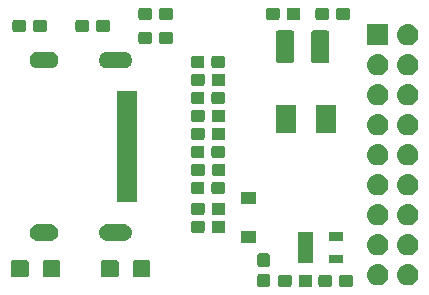
<source format=gbr>
G04 #@! TF.GenerationSoftware,KiCad,Pcbnew,(5.1.4)-1*
G04 #@! TF.CreationDate,2019-12-30T10:25:26+01:00*
G04 #@! TF.ProjectId,HDMI,48444d49-2e6b-4696-9361-645f70636258,rev?*
G04 #@! TF.SameCoordinates,Original*
G04 #@! TF.FileFunction,Soldermask,Top*
G04 #@! TF.FilePolarity,Negative*
%FSLAX46Y46*%
G04 Gerber Fmt 4.6, Leading zero omitted, Abs format (unit mm)*
G04 Created by KiCad (PCBNEW (5.1.4)-1) date 2019-12-30 10:25:26*
%MOMM*%
%LPD*%
G04 APERTURE LIST*
%ADD10C,0.100000*%
G04 APERTURE END LIST*
D10*
G36*
X134476499Y-87552445D02*
G01*
X134513995Y-87563820D01*
X134548554Y-87582292D01*
X134578847Y-87607153D01*
X134603708Y-87637446D01*
X134622180Y-87672005D01*
X134633555Y-87709501D01*
X134638000Y-87754638D01*
X134638000Y-88493362D01*
X134633555Y-88538499D01*
X134622180Y-88575995D01*
X134603708Y-88610554D01*
X134578847Y-88640847D01*
X134548554Y-88665708D01*
X134513995Y-88684180D01*
X134476499Y-88695555D01*
X134431362Y-88700000D01*
X133792638Y-88700000D01*
X133747501Y-88695555D01*
X133710005Y-88684180D01*
X133675446Y-88665708D01*
X133645153Y-88640847D01*
X133620292Y-88610554D01*
X133601820Y-88575995D01*
X133590445Y-88538499D01*
X133586000Y-88493362D01*
X133586000Y-87754638D01*
X133590445Y-87709501D01*
X133601820Y-87672005D01*
X133620292Y-87637446D01*
X133645153Y-87607153D01*
X133675446Y-87582292D01*
X133710005Y-87563820D01*
X133747501Y-87552445D01*
X133792638Y-87548000D01*
X134431362Y-87548000D01*
X134476499Y-87552445D01*
X134476499Y-87552445D01*
G37*
G36*
X141497499Y-87616445D02*
G01*
X141534995Y-87627820D01*
X141569554Y-87646292D01*
X141599847Y-87671153D01*
X141624708Y-87701446D01*
X141643180Y-87736005D01*
X141654555Y-87773501D01*
X141659000Y-87818638D01*
X141659000Y-88457362D01*
X141654555Y-88502499D01*
X141643180Y-88539995D01*
X141624708Y-88574554D01*
X141599847Y-88604847D01*
X141569554Y-88629708D01*
X141534995Y-88648180D01*
X141497499Y-88659555D01*
X141452362Y-88664000D01*
X140713638Y-88664000D01*
X140668501Y-88659555D01*
X140631005Y-88648180D01*
X140596446Y-88629708D01*
X140566153Y-88604847D01*
X140541292Y-88574554D01*
X140522820Y-88539995D01*
X140511445Y-88502499D01*
X140507000Y-88457362D01*
X140507000Y-87818638D01*
X140511445Y-87773501D01*
X140522820Y-87736005D01*
X140541292Y-87701446D01*
X140566153Y-87671153D01*
X140596446Y-87646292D01*
X140631005Y-87627820D01*
X140668501Y-87616445D01*
X140713638Y-87612000D01*
X141452362Y-87612000D01*
X141497499Y-87616445D01*
X141497499Y-87616445D01*
G37*
G36*
X136318499Y-87616445D02*
G01*
X136355995Y-87627820D01*
X136390554Y-87646292D01*
X136420847Y-87671153D01*
X136445708Y-87701446D01*
X136464180Y-87736005D01*
X136475555Y-87773501D01*
X136480000Y-87818638D01*
X136480000Y-88457362D01*
X136475555Y-88502499D01*
X136464180Y-88539995D01*
X136445708Y-88574554D01*
X136420847Y-88604847D01*
X136390554Y-88629708D01*
X136355995Y-88648180D01*
X136318499Y-88659555D01*
X136273362Y-88664000D01*
X135534638Y-88664000D01*
X135489501Y-88659555D01*
X135452005Y-88648180D01*
X135417446Y-88629708D01*
X135387153Y-88604847D01*
X135362292Y-88574554D01*
X135343820Y-88539995D01*
X135332445Y-88502499D01*
X135328000Y-88457362D01*
X135328000Y-87818638D01*
X135332445Y-87773501D01*
X135343820Y-87736005D01*
X135362292Y-87701446D01*
X135387153Y-87671153D01*
X135417446Y-87646292D01*
X135452005Y-87627820D01*
X135489501Y-87616445D01*
X135534638Y-87612000D01*
X136273362Y-87612000D01*
X136318499Y-87616445D01*
X136318499Y-87616445D01*
G37*
G36*
X139747499Y-87616445D02*
G01*
X139784995Y-87627820D01*
X139819554Y-87646292D01*
X139849847Y-87671153D01*
X139874708Y-87701446D01*
X139893180Y-87736005D01*
X139904555Y-87773501D01*
X139909000Y-87818638D01*
X139909000Y-88457362D01*
X139904555Y-88502499D01*
X139893180Y-88539995D01*
X139874708Y-88574554D01*
X139849847Y-88604847D01*
X139819554Y-88629708D01*
X139784995Y-88648180D01*
X139747499Y-88659555D01*
X139702362Y-88664000D01*
X138963638Y-88664000D01*
X138918501Y-88659555D01*
X138881005Y-88648180D01*
X138846446Y-88629708D01*
X138816153Y-88604847D01*
X138791292Y-88574554D01*
X138772820Y-88539995D01*
X138761445Y-88502499D01*
X138757000Y-88457362D01*
X138757000Y-87818638D01*
X138761445Y-87773501D01*
X138772820Y-87736005D01*
X138791292Y-87701446D01*
X138816153Y-87671153D01*
X138846446Y-87646292D01*
X138881005Y-87627820D01*
X138918501Y-87616445D01*
X138963638Y-87612000D01*
X139702362Y-87612000D01*
X139747499Y-87616445D01*
X139747499Y-87616445D01*
G37*
G36*
X138068499Y-87616445D02*
G01*
X138105995Y-87627820D01*
X138140554Y-87646292D01*
X138170847Y-87671153D01*
X138195708Y-87701446D01*
X138214180Y-87736005D01*
X138225555Y-87773501D01*
X138230000Y-87818638D01*
X138230000Y-88457362D01*
X138225555Y-88502499D01*
X138214180Y-88539995D01*
X138195708Y-88574554D01*
X138170847Y-88604847D01*
X138140554Y-88629708D01*
X138105995Y-88648180D01*
X138068499Y-88659555D01*
X138023362Y-88664000D01*
X137284638Y-88664000D01*
X137239501Y-88659555D01*
X137202005Y-88648180D01*
X137167446Y-88629708D01*
X137137153Y-88604847D01*
X137112292Y-88574554D01*
X137093820Y-88539995D01*
X137082445Y-88502499D01*
X137078000Y-88457362D01*
X137078000Y-87818638D01*
X137082445Y-87773501D01*
X137093820Y-87736005D01*
X137112292Y-87701446D01*
X137137153Y-87671153D01*
X137167446Y-87646292D01*
X137202005Y-87627820D01*
X137239501Y-87616445D01*
X137284638Y-87612000D01*
X138023362Y-87612000D01*
X138068499Y-87616445D01*
X138068499Y-87616445D01*
G37*
G36*
X143874442Y-86735518D02*
G01*
X143940627Y-86742037D01*
X144110466Y-86793557D01*
X144266991Y-86877222D01*
X144283593Y-86890847D01*
X144404186Y-86989814D01*
X144487448Y-87091271D01*
X144516778Y-87127009D01*
X144600443Y-87283534D01*
X144651963Y-87453373D01*
X144669359Y-87630000D01*
X144651963Y-87806627D01*
X144600443Y-87976466D01*
X144516778Y-88132991D01*
X144487448Y-88168729D01*
X144404186Y-88270186D01*
X144302729Y-88353448D01*
X144266991Y-88382778D01*
X144110466Y-88466443D01*
X143940627Y-88517963D01*
X143874442Y-88524482D01*
X143808260Y-88531000D01*
X143719740Y-88531000D01*
X143653558Y-88524482D01*
X143587373Y-88517963D01*
X143417534Y-88466443D01*
X143261009Y-88382778D01*
X143225271Y-88353448D01*
X143123814Y-88270186D01*
X143040552Y-88168729D01*
X143011222Y-88132991D01*
X142927557Y-87976466D01*
X142876037Y-87806627D01*
X142858641Y-87630000D01*
X142876037Y-87453373D01*
X142927557Y-87283534D01*
X143011222Y-87127009D01*
X143040552Y-87091271D01*
X143123814Y-86989814D01*
X143244407Y-86890847D01*
X143261009Y-86877222D01*
X143417534Y-86793557D01*
X143587373Y-86742037D01*
X143653558Y-86735518D01*
X143719740Y-86729000D01*
X143808260Y-86729000D01*
X143874442Y-86735518D01*
X143874442Y-86735518D01*
G37*
G36*
X146414442Y-86735518D02*
G01*
X146480627Y-86742037D01*
X146650466Y-86793557D01*
X146806991Y-86877222D01*
X146823593Y-86890847D01*
X146944186Y-86989814D01*
X147027448Y-87091271D01*
X147056778Y-87127009D01*
X147140443Y-87283534D01*
X147191963Y-87453373D01*
X147209359Y-87630000D01*
X147191963Y-87806627D01*
X147140443Y-87976466D01*
X147056778Y-88132991D01*
X147027448Y-88168729D01*
X146944186Y-88270186D01*
X146842729Y-88353448D01*
X146806991Y-88382778D01*
X146650466Y-88466443D01*
X146480627Y-88517963D01*
X146414442Y-88524482D01*
X146348260Y-88531000D01*
X146259740Y-88531000D01*
X146193558Y-88524482D01*
X146127373Y-88517963D01*
X145957534Y-88466443D01*
X145801009Y-88382778D01*
X145765271Y-88353448D01*
X145663814Y-88270186D01*
X145580552Y-88168729D01*
X145551222Y-88132991D01*
X145467557Y-87976466D01*
X145416037Y-87806627D01*
X145398641Y-87630000D01*
X145416037Y-87453373D01*
X145467557Y-87283534D01*
X145551222Y-87127009D01*
X145580552Y-87091271D01*
X145663814Y-86989814D01*
X145784407Y-86890847D01*
X145801009Y-86877222D01*
X145957534Y-86793557D01*
X146127373Y-86742037D01*
X146193558Y-86735518D01*
X146259740Y-86729000D01*
X146348260Y-86729000D01*
X146414442Y-86735518D01*
X146414442Y-86735518D01*
G37*
G36*
X124375798Y-86400247D02*
G01*
X124411367Y-86411037D01*
X124444139Y-86428554D01*
X124472869Y-86452131D01*
X124496446Y-86480861D01*
X124513963Y-86513633D01*
X124524753Y-86549202D01*
X124529000Y-86592325D01*
X124529000Y-87651675D01*
X124524753Y-87694798D01*
X124513963Y-87730367D01*
X124496446Y-87763139D01*
X124472869Y-87791869D01*
X124444139Y-87815446D01*
X124411367Y-87832963D01*
X124375798Y-87843753D01*
X124332675Y-87848000D01*
X123223325Y-87848000D01*
X123180202Y-87843753D01*
X123144633Y-87832963D01*
X123111861Y-87815446D01*
X123083131Y-87791869D01*
X123059554Y-87763139D01*
X123042037Y-87730367D01*
X123031247Y-87694798D01*
X123027000Y-87651675D01*
X123027000Y-86592325D01*
X123031247Y-86549202D01*
X123042037Y-86513633D01*
X123059554Y-86480861D01*
X123083131Y-86452131D01*
X123111861Y-86428554D01*
X123144633Y-86411037D01*
X123180202Y-86400247D01*
X123223325Y-86396000D01*
X124332675Y-86396000D01*
X124375798Y-86400247D01*
X124375798Y-86400247D01*
G37*
G36*
X121675798Y-86400247D02*
G01*
X121711367Y-86411037D01*
X121744139Y-86428554D01*
X121772869Y-86452131D01*
X121796446Y-86480861D01*
X121813963Y-86513633D01*
X121824753Y-86549202D01*
X121829000Y-86592325D01*
X121829000Y-87651675D01*
X121824753Y-87694798D01*
X121813963Y-87730367D01*
X121796446Y-87763139D01*
X121772869Y-87791869D01*
X121744139Y-87815446D01*
X121711367Y-87832963D01*
X121675798Y-87843753D01*
X121632675Y-87848000D01*
X120523325Y-87848000D01*
X120480202Y-87843753D01*
X120444633Y-87832963D01*
X120411861Y-87815446D01*
X120383131Y-87791869D01*
X120359554Y-87763139D01*
X120342037Y-87730367D01*
X120331247Y-87694798D01*
X120327000Y-87651675D01*
X120327000Y-86592325D01*
X120331247Y-86549202D01*
X120342037Y-86513633D01*
X120359554Y-86480861D01*
X120383131Y-86452131D01*
X120411861Y-86428554D01*
X120444633Y-86411037D01*
X120480202Y-86400247D01*
X120523325Y-86396000D01*
X121632675Y-86396000D01*
X121675798Y-86400247D01*
X121675798Y-86400247D01*
G37*
G36*
X116755798Y-86400247D02*
G01*
X116791367Y-86411037D01*
X116824139Y-86428554D01*
X116852869Y-86452131D01*
X116876446Y-86480861D01*
X116893963Y-86513633D01*
X116904753Y-86549202D01*
X116909000Y-86592325D01*
X116909000Y-87651675D01*
X116904753Y-87694798D01*
X116893963Y-87730367D01*
X116876446Y-87763139D01*
X116852869Y-87791869D01*
X116824139Y-87815446D01*
X116791367Y-87832963D01*
X116755798Y-87843753D01*
X116712675Y-87848000D01*
X115603325Y-87848000D01*
X115560202Y-87843753D01*
X115524633Y-87832963D01*
X115491861Y-87815446D01*
X115463131Y-87791869D01*
X115439554Y-87763139D01*
X115422037Y-87730367D01*
X115411247Y-87694798D01*
X115407000Y-87651675D01*
X115407000Y-86592325D01*
X115411247Y-86549202D01*
X115422037Y-86513633D01*
X115439554Y-86480861D01*
X115463131Y-86452131D01*
X115491861Y-86428554D01*
X115524633Y-86411037D01*
X115560202Y-86400247D01*
X115603325Y-86396000D01*
X116712675Y-86396000D01*
X116755798Y-86400247D01*
X116755798Y-86400247D01*
G37*
G36*
X114055798Y-86400247D02*
G01*
X114091367Y-86411037D01*
X114124139Y-86428554D01*
X114152869Y-86452131D01*
X114176446Y-86480861D01*
X114193963Y-86513633D01*
X114204753Y-86549202D01*
X114209000Y-86592325D01*
X114209000Y-87651675D01*
X114204753Y-87694798D01*
X114193963Y-87730367D01*
X114176446Y-87763139D01*
X114152869Y-87791869D01*
X114124139Y-87815446D01*
X114091367Y-87832963D01*
X114055798Y-87843753D01*
X114012675Y-87848000D01*
X112903325Y-87848000D01*
X112860202Y-87843753D01*
X112824633Y-87832963D01*
X112791861Y-87815446D01*
X112763131Y-87791869D01*
X112739554Y-87763139D01*
X112722037Y-87730367D01*
X112711247Y-87694798D01*
X112707000Y-87651675D01*
X112707000Y-86592325D01*
X112711247Y-86549202D01*
X112722037Y-86513633D01*
X112739554Y-86480861D01*
X112763131Y-86452131D01*
X112791861Y-86428554D01*
X112824633Y-86411037D01*
X112860202Y-86400247D01*
X112903325Y-86396000D01*
X114012675Y-86396000D01*
X114055798Y-86400247D01*
X114055798Y-86400247D01*
G37*
G36*
X134476499Y-85802445D02*
G01*
X134513995Y-85813820D01*
X134548554Y-85832292D01*
X134578847Y-85857153D01*
X134603708Y-85887446D01*
X134622180Y-85922005D01*
X134633555Y-85959501D01*
X134638000Y-86004638D01*
X134638000Y-86743362D01*
X134633555Y-86788499D01*
X134622180Y-86825995D01*
X134603708Y-86860554D01*
X134578847Y-86890847D01*
X134548554Y-86915708D01*
X134513995Y-86934180D01*
X134476499Y-86945555D01*
X134431362Y-86950000D01*
X133792638Y-86950000D01*
X133747501Y-86945555D01*
X133710005Y-86934180D01*
X133675446Y-86915708D01*
X133645153Y-86890847D01*
X133620292Y-86860554D01*
X133601820Y-86825995D01*
X133590445Y-86788499D01*
X133586000Y-86743362D01*
X133586000Y-86004638D01*
X133590445Y-85959501D01*
X133601820Y-85922005D01*
X133620292Y-85887446D01*
X133645153Y-85857153D01*
X133675446Y-85832292D01*
X133710005Y-85813820D01*
X133747501Y-85802445D01*
X133792638Y-85798000D01*
X134431362Y-85798000D01*
X134476499Y-85802445D01*
X134476499Y-85802445D01*
G37*
G36*
X140864000Y-86645000D02*
G01*
X139612000Y-86645000D01*
X139612000Y-85943000D01*
X140864000Y-85943000D01*
X140864000Y-86645000D01*
X140864000Y-86645000D01*
G37*
G36*
X138264000Y-86645000D02*
G01*
X137012000Y-86645000D01*
X137012000Y-84043000D01*
X138264000Y-84043000D01*
X138264000Y-86645000D01*
X138264000Y-86645000D01*
G37*
G36*
X146414442Y-84195518D02*
G01*
X146480627Y-84202037D01*
X146650466Y-84253557D01*
X146806991Y-84337222D01*
X146842729Y-84366552D01*
X146944186Y-84449814D01*
X147027448Y-84551271D01*
X147056778Y-84587009D01*
X147140443Y-84743534D01*
X147191963Y-84913373D01*
X147209359Y-85090000D01*
X147191963Y-85266627D01*
X147140443Y-85436466D01*
X147056778Y-85592991D01*
X147027448Y-85628729D01*
X146944186Y-85730186D01*
X146861553Y-85798000D01*
X146806991Y-85842778D01*
X146650466Y-85926443D01*
X146480627Y-85977963D01*
X146414442Y-85984482D01*
X146348260Y-85991000D01*
X146259740Y-85991000D01*
X146193558Y-85984482D01*
X146127373Y-85977963D01*
X145957534Y-85926443D01*
X145801009Y-85842778D01*
X145746447Y-85798000D01*
X145663814Y-85730186D01*
X145580552Y-85628729D01*
X145551222Y-85592991D01*
X145467557Y-85436466D01*
X145416037Y-85266627D01*
X145398641Y-85090000D01*
X145416037Y-84913373D01*
X145467557Y-84743534D01*
X145551222Y-84587009D01*
X145580552Y-84551271D01*
X145663814Y-84449814D01*
X145765271Y-84366552D01*
X145801009Y-84337222D01*
X145957534Y-84253557D01*
X146127373Y-84202037D01*
X146193558Y-84195518D01*
X146259740Y-84189000D01*
X146348260Y-84189000D01*
X146414442Y-84195518D01*
X146414442Y-84195518D01*
G37*
G36*
X143874442Y-84195518D02*
G01*
X143940627Y-84202037D01*
X144110466Y-84253557D01*
X144266991Y-84337222D01*
X144302729Y-84366552D01*
X144404186Y-84449814D01*
X144487448Y-84551271D01*
X144516778Y-84587009D01*
X144600443Y-84743534D01*
X144651963Y-84913373D01*
X144669359Y-85090000D01*
X144651963Y-85266627D01*
X144600443Y-85436466D01*
X144516778Y-85592991D01*
X144487448Y-85628729D01*
X144404186Y-85730186D01*
X144321553Y-85798000D01*
X144266991Y-85842778D01*
X144110466Y-85926443D01*
X143940627Y-85977963D01*
X143874442Y-85984482D01*
X143808260Y-85991000D01*
X143719740Y-85991000D01*
X143653558Y-85984482D01*
X143587373Y-85977963D01*
X143417534Y-85926443D01*
X143261009Y-85842778D01*
X143206447Y-85798000D01*
X143123814Y-85730186D01*
X143040552Y-85628729D01*
X143011222Y-85592991D01*
X142927557Y-85436466D01*
X142876037Y-85266627D01*
X142858641Y-85090000D01*
X142876037Y-84913373D01*
X142927557Y-84743534D01*
X143011222Y-84587009D01*
X143040552Y-84551271D01*
X143123814Y-84449814D01*
X143225271Y-84366552D01*
X143261009Y-84337222D01*
X143417534Y-84253557D01*
X143587373Y-84202037D01*
X143653558Y-84195518D01*
X143719740Y-84189000D01*
X143808260Y-84189000D01*
X143874442Y-84195518D01*
X143874442Y-84195518D01*
G37*
G36*
X133493000Y-84955000D02*
G01*
X132191000Y-84955000D01*
X132191000Y-83953000D01*
X133493000Y-83953000D01*
X133493000Y-84955000D01*
X133493000Y-84955000D01*
G37*
G36*
X122404421Y-83368143D02*
G01*
X122536557Y-83408227D01*
X122536559Y-83408228D01*
X122658339Y-83473320D01*
X122658341Y-83473321D01*
X122658340Y-83473321D01*
X122765080Y-83560920D01*
X122852679Y-83667660D01*
X122917773Y-83789443D01*
X122957857Y-83921579D01*
X122971391Y-84059000D01*
X122957857Y-84196421D01*
X122917773Y-84328557D01*
X122917772Y-84328559D01*
X122852680Y-84450339D01*
X122765080Y-84557080D01*
X122658339Y-84644680D01*
X122536559Y-84709772D01*
X122536557Y-84709773D01*
X122404421Y-84749857D01*
X122301432Y-84760000D01*
X120832568Y-84760000D01*
X120729579Y-84749857D01*
X120597443Y-84709773D01*
X120597441Y-84709772D01*
X120475661Y-84644680D01*
X120368920Y-84557080D01*
X120281320Y-84450339D01*
X120216228Y-84328559D01*
X120216227Y-84328557D01*
X120176143Y-84196421D01*
X120162609Y-84059000D01*
X120176143Y-83921579D01*
X120216227Y-83789443D01*
X120281321Y-83667660D01*
X120368920Y-83560920D01*
X120475660Y-83473321D01*
X120475659Y-83473321D01*
X120475661Y-83473320D01*
X120597441Y-83408228D01*
X120597443Y-83408227D01*
X120729579Y-83368143D01*
X120832568Y-83358000D01*
X122301432Y-83358000D01*
X122404421Y-83368143D01*
X122404421Y-83368143D01*
G37*
G36*
X116154421Y-83368143D02*
G01*
X116286557Y-83408227D01*
X116286559Y-83408228D01*
X116408339Y-83473320D01*
X116408341Y-83473321D01*
X116408340Y-83473321D01*
X116515080Y-83560920D01*
X116602679Y-83667660D01*
X116667773Y-83789443D01*
X116707857Y-83921579D01*
X116721391Y-84059000D01*
X116707857Y-84196421D01*
X116667773Y-84328557D01*
X116667772Y-84328559D01*
X116602680Y-84450339D01*
X116515080Y-84557080D01*
X116408339Y-84644680D01*
X116286559Y-84709772D01*
X116286557Y-84709773D01*
X116154421Y-84749857D01*
X116051432Y-84760000D01*
X114982568Y-84760000D01*
X114879579Y-84749857D01*
X114747443Y-84709773D01*
X114747441Y-84709772D01*
X114625661Y-84644680D01*
X114518920Y-84557080D01*
X114431320Y-84450339D01*
X114366228Y-84328559D01*
X114366227Y-84328557D01*
X114326143Y-84196421D01*
X114312609Y-84059000D01*
X114326143Y-83921579D01*
X114366227Y-83789443D01*
X114431321Y-83667660D01*
X114518920Y-83560920D01*
X114625660Y-83473321D01*
X114625659Y-83473321D01*
X114625661Y-83473320D01*
X114747441Y-83408228D01*
X114747443Y-83408227D01*
X114879579Y-83368143D01*
X114982568Y-83358000D01*
X116051432Y-83358000D01*
X116154421Y-83368143D01*
X116154421Y-83368143D01*
G37*
G36*
X140864000Y-84745000D02*
G01*
X139612000Y-84745000D01*
X139612000Y-84043000D01*
X140864000Y-84043000D01*
X140864000Y-84745000D01*
X140864000Y-84745000D01*
G37*
G36*
X128952499Y-83044445D02*
G01*
X128989995Y-83055820D01*
X129024554Y-83074292D01*
X129054847Y-83099153D01*
X129079708Y-83129446D01*
X129098180Y-83164005D01*
X129109555Y-83201501D01*
X129114000Y-83246638D01*
X129114000Y-83885362D01*
X129109555Y-83930499D01*
X129098180Y-83967995D01*
X129079708Y-84002554D01*
X129054847Y-84032847D01*
X129024554Y-84057708D01*
X128989995Y-84076180D01*
X128952499Y-84087555D01*
X128907362Y-84092000D01*
X128168638Y-84092000D01*
X128123501Y-84087555D01*
X128086005Y-84076180D01*
X128051446Y-84057708D01*
X128021153Y-84032847D01*
X127996292Y-84002554D01*
X127977820Y-83967995D01*
X127966445Y-83930499D01*
X127962000Y-83885362D01*
X127962000Y-83246638D01*
X127966445Y-83201501D01*
X127977820Y-83164005D01*
X127996292Y-83129446D01*
X128021153Y-83099153D01*
X128051446Y-83074292D01*
X128086005Y-83055820D01*
X128123501Y-83044445D01*
X128168638Y-83040000D01*
X128907362Y-83040000D01*
X128952499Y-83044445D01*
X128952499Y-83044445D01*
G37*
G36*
X130702499Y-83044445D02*
G01*
X130739995Y-83055820D01*
X130774554Y-83074292D01*
X130804847Y-83099153D01*
X130829708Y-83129446D01*
X130848180Y-83164005D01*
X130859555Y-83201501D01*
X130864000Y-83246638D01*
X130864000Y-83885362D01*
X130859555Y-83930499D01*
X130848180Y-83967995D01*
X130829708Y-84002554D01*
X130804847Y-84032847D01*
X130774554Y-84057708D01*
X130739995Y-84076180D01*
X130702499Y-84087555D01*
X130657362Y-84092000D01*
X129918638Y-84092000D01*
X129873501Y-84087555D01*
X129836005Y-84076180D01*
X129801446Y-84057708D01*
X129771153Y-84032847D01*
X129746292Y-84002554D01*
X129727820Y-83967995D01*
X129716445Y-83930499D01*
X129712000Y-83885362D01*
X129712000Y-83246638D01*
X129716445Y-83201501D01*
X129727820Y-83164005D01*
X129746292Y-83129446D01*
X129771153Y-83099153D01*
X129801446Y-83074292D01*
X129836005Y-83055820D01*
X129873501Y-83044445D01*
X129918638Y-83040000D01*
X130657362Y-83040000D01*
X130702499Y-83044445D01*
X130702499Y-83044445D01*
G37*
G36*
X143869178Y-81655000D02*
G01*
X143940627Y-81662037D01*
X144110466Y-81713557D01*
X144266991Y-81797222D01*
X144302729Y-81826552D01*
X144404186Y-81909814D01*
X144487448Y-82011271D01*
X144516778Y-82047009D01*
X144600443Y-82203534D01*
X144651963Y-82373373D01*
X144669359Y-82550000D01*
X144651963Y-82726627D01*
X144600443Y-82896466D01*
X144516778Y-83052991D01*
X144491064Y-83084323D01*
X144404186Y-83190186D01*
X144302729Y-83273448D01*
X144266991Y-83302778D01*
X144110466Y-83386443D01*
X143940627Y-83437963D01*
X143874443Y-83444481D01*
X143808260Y-83451000D01*
X143719740Y-83451000D01*
X143653557Y-83444481D01*
X143587373Y-83437963D01*
X143417534Y-83386443D01*
X143261009Y-83302778D01*
X143225271Y-83273448D01*
X143123814Y-83190186D01*
X143036936Y-83084323D01*
X143011222Y-83052991D01*
X142927557Y-82896466D01*
X142876037Y-82726627D01*
X142858641Y-82550000D01*
X142876037Y-82373373D01*
X142927557Y-82203534D01*
X143011222Y-82047009D01*
X143040552Y-82011271D01*
X143123814Y-81909814D01*
X143225271Y-81826552D01*
X143261009Y-81797222D01*
X143417534Y-81713557D01*
X143587373Y-81662037D01*
X143658822Y-81655000D01*
X143719740Y-81649000D01*
X143808260Y-81649000D01*
X143869178Y-81655000D01*
X143869178Y-81655000D01*
G37*
G36*
X146409178Y-81655000D02*
G01*
X146480627Y-81662037D01*
X146650466Y-81713557D01*
X146806991Y-81797222D01*
X146842729Y-81826552D01*
X146944186Y-81909814D01*
X147027448Y-82011271D01*
X147056778Y-82047009D01*
X147140443Y-82203534D01*
X147191963Y-82373373D01*
X147209359Y-82550000D01*
X147191963Y-82726627D01*
X147140443Y-82896466D01*
X147056778Y-83052991D01*
X147031064Y-83084323D01*
X146944186Y-83190186D01*
X146842729Y-83273448D01*
X146806991Y-83302778D01*
X146650466Y-83386443D01*
X146480627Y-83437963D01*
X146414443Y-83444481D01*
X146348260Y-83451000D01*
X146259740Y-83451000D01*
X146193557Y-83444481D01*
X146127373Y-83437963D01*
X145957534Y-83386443D01*
X145801009Y-83302778D01*
X145765271Y-83273448D01*
X145663814Y-83190186D01*
X145576936Y-83084323D01*
X145551222Y-83052991D01*
X145467557Y-82896466D01*
X145416037Y-82726627D01*
X145398641Y-82550000D01*
X145416037Y-82373373D01*
X145467557Y-82203534D01*
X145551222Y-82047009D01*
X145580552Y-82011271D01*
X145663814Y-81909814D01*
X145765271Y-81826552D01*
X145801009Y-81797222D01*
X145957534Y-81713557D01*
X146127373Y-81662037D01*
X146198822Y-81655000D01*
X146259740Y-81649000D01*
X146348260Y-81649000D01*
X146409178Y-81655000D01*
X146409178Y-81655000D01*
G37*
G36*
X128952499Y-81520445D02*
G01*
X128989995Y-81531820D01*
X129024554Y-81550292D01*
X129054847Y-81575153D01*
X129079708Y-81605446D01*
X129098180Y-81640005D01*
X129109555Y-81677501D01*
X129114000Y-81722638D01*
X129114000Y-82361362D01*
X129109555Y-82406499D01*
X129098180Y-82443995D01*
X129079708Y-82478554D01*
X129054847Y-82508847D01*
X129024554Y-82533708D01*
X128989995Y-82552180D01*
X128952499Y-82563555D01*
X128907362Y-82568000D01*
X128168638Y-82568000D01*
X128123501Y-82563555D01*
X128086005Y-82552180D01*
X128051446Y-82533708D01*
X128021153Y-82508847D01*
X127996292Y-82478554D01*
X127977820Y-82443995D01*
X127966445Y-82406499D01*
X127962000Y-82361362D01*
X127962000Y-81722638D01*
X127966445Y-81677501D01*
X127977820Y-81640005D01*
X127996292Y-81605446D01*
X128021153Y-81575153D01*
X128051446Y-81550292D01*
X128086005Y-81531820D01*
X128123501Y-81520445D01*
X128168638Y-81516000D01*
X128907362Y-81516000D01*
X128952499Y-81520445D01*
X128952499Y-81520445D01*
G37*
G36*
X130702499Y-81520445D02*
G01*
X130739995Y-81531820D01*
X130774554Y-81550292D01*
X130804847Y-81575153D01*
X130829708Y-81605446D01*
X130848180Y-81640005D01*
X130859555Y-81677501D01*
X130864000Y-81722638D01*
X130864000Y-82361362D01*
X130859555Y-82406499D01*
X130848180Y-82443995D01*
X130829708Y-82478554D01*
X130804847Y-82508847D01*
X130774554Y-82533708D01*
X130739995Y-82552180D01*
X130702499Y-82563555D01*
X130657362Y-82568000D01*
X129918638Y-82568000D01*
X129873501Y-82563555D01*
X129836005Y-82552180D01*
X129801446Y-82533708D01*
X129771153Y-82508847D01*
X129746292Y-82478554D01*
X129727820Y-82443995D01*
X129716445Y-82406499D01*
X129712000Y-82361362D01*
X129712000Y-81722638D01*
X129716445Y-81677501D01*
X129727820Y-81640005D01*
X129746292Y-81605446D01*
X129771153Y-81575153D01*
X129801446Y-81550292D01*
X129836005Y-81531820D01*
X129873501Y-81520445D01*
X129918638Y-81516000D01*
X130657362Y-81516000D01*
X130702499Y-81520445D01*
X130702499Y-81520445D01*
G37*
G36*
X133493000Y-81655000D02*
G01*
X132191000Y-81655000D01*
X132191000Y-80653000D01*
X133493000Y-80653000D01*
X133493000Y-81655000D01*
X133493000Y-81655000D01*
G37*
G36*
X123367000Y-81434000D02*
G01*
X121667000Y-81434000D01*
X121667000Y-72084000D01*
X123367000Y-72084000D01*
X123367000Y-81434000D01*
X123367000Y-81434000D01*
G37*
G36*
X143874443Y-79115519D02*
G01*
X143940627Y-79122037D01*
X144110466Y-79173557D01*
X144266991Y-79257222D01*
X144302729Y-79286552D01*
X144404186Y-79369814D01*
X144456861Y-79434000D01*
X144516778Y-79507009D01*
X144600443Y-79663534D01*
X144651963Y-79833373D01*
X144669359Y-80010000D01*
X144651963Y-80186627D01*
X144600443Y-80356466D01*
X144516778Y-80512991D01*
X144505281Y-80527000D01*
X144404186Y-80650186D01*
X144305899Y-80730847D01*
X144266991Y-80762778D01*
X144110466Y-80846443D01*
X143940627Y-80897963D01*
X143874442Y-80904482D01*
X143808260Y-80911000D01*
X143719740Y-80911000D01*
X143653558Y-80904482D01*
X143587373Y-80897963D01*
X143417534Y-80846443D01*
X143261009Y-80762778D01*
X143222101Y-80730847D01*
X143123814Y-80650186D01*
X143022719Y-80527000D01*
X143011222Y-80512991D01*
X142927557Y-80356466D01*
X142876037Y-80186627D01*
X142858641Y-80010000D01*
X142876037Y-79833373D01*
X142927557Y-79663534D01*
X143011222Y-79507009D01*
X143071139Y-79434000D01*
X143123814Y-79369814D01*
X143225271Y-79286552D01*
X143261009Y-79257222D01*
X143417534Y-79173557D01*
X143587373Y-79122037D01*
X143653557Y-79115519D01*
X143719740Y-79109000D01*
X143808260Y-79109000D01*
X143874443Y-79115519D01*
X143874443Y-79115519D01*
G37*
G36*
X146414443Y-79115519D02*
G01*
X146480627Y-79122037D01*
X146650466Y-79173557D01*
X146806991Y-79257222D01*
X146842729Y-79286552D01*
X146944186Y-79369814D01*
X146996861Y-79434000D01*
X147056778Y-79507009D01*
X147140443Y-79663534D01*
X147191963Y-79833373D01*
X147209359Y-80010000D01*
X147191963Y-80186627D01*
X147140443Y-80356466D01*
X147056778Y-80512991D01*
X147045281Y-80527000D01*
X146944186Y-80650186D01*
X146845899Y-80730847D01*
X146806991Y-80762778D01*
X146650466Y-80846443D01*
X146480627Y-80897963D01*
X146414442Y-80904482D01*
X146348260Y-80911000D01*
X146259740Y-80911000D01*
X146193558Y-80904482D01*
X146127373Y-80897963D01*
X145957534Y-80846443D01*
X145801009Y-80762778D01*
X145762101Y-80730847D01*
X145663814Y-80650186D01*
X145562719Y-80527000D01*
X145551222Y-80512991D01*
X145467557Y-80356466D01*
X145416037Y-80186627D01*
X145398641Y-80010000D01*
X145416037Y-79833373D01*
X145467557Y-79663534D01*
X145551222Y-79507009D01*
X145611139Y-79434000D01*
X145663814Y-79369814D01*
X145765271Y-79286552D01*
X145801009Y-79257222D01*
X145957534Y-79173557D01*
X146127373Y-79122037D01*
X146193557Y-79115519D01*
X146259740Y-79109000D01*
X146348260Y-79109000D01*
X146414443Y-79115519D01*
X146414443Y-79115519D01*
G37*
G36*
X130688499Y-79742445D02*
G01*
X130725995Y-79753820D01*
X130760554Y-79772292D01*
X130790847Y-79797153D01*
X130815708Y-79827446D01*
X130834180Y-79862005D01*
X130845555Y-79899501D01*
X130850000Y-79944638D01*
X130850000Y-80583362D01*
X130845555Y-80628499D01*
X130834180Y-80665995D01*
X130815708Y-80700554D01*
X130790847Y-80730847D01*
X130760554Y-80755708D01*
X130725995Y-80774180D01*
X130688499Y-80785555D01*
X130643362Y-80790000D01*
X129904638Y-80790000D01*
X129859501Y-80785555D01*
X129822005Y-80774180D01*
X129787446Y-80755708D01*
X129757153Y-80730847D01*
X129732292Y-80700554D01*
X129713820Y-80665995D01*
X129702445Y-80628499D01*
X129698000Y-80583362D01*
X129698000Y-79944638D01*
X129702445Y-79899501D01*
X129713820Y-79862005D01*
X129732292Y-79827446D01*
X129757153Y-79797153D01*
X129787446Y-79772292D01*
X129822005Y-79753820D01*
X129859501Y-79742445D01*
X129904638Y-79738000D01*
X130643362Y-79738000D01*
X130688499Y-79742445D01*
X130688499Y-79742445D01*
G37*
G36*
X128938499Y-79742445D02*
G01*
X128975995Y-79753820D01*
X129010554Y-79772292D01*
X129040847Y-79797153D01*
X129065708Y-79827446D01*
X129084180Y-79862005D01*
X129095555Y-79899501D01*
X129100000Y-79944638D01*
X129100000Y-80583362D01*
X129095555Y-80628499D01*
X129084180Y-80665995D01*
X129065708Y-80700554D01*
X129040847Y-80730847D01*
X129010554Y-80755708D01*
X128975995Y-80774180D01*
X128938499Y-80785555D01*
X128893362Y-80790000D01*
X128154638Y-80790000D01*
X128109501Y-80785555D01*
X128072005Y-80774180D01*
X128037446Y-80755708D01*
X128007153Y-80730847D01*
X127982292Y-80700554D01*
X127963820Y-80665995D01*
X127952445Y-80628499D01*
X127948000Y-80583362D01*
X127948000Y-79944638D01*
X127952445Y-79899501D01*
X127963820Y-79862005D01*
X127982292Y-79827446D01*
X128007153Y-79797153D01*
X128037446Y-79772292D01*
X128072005Y-79753820D01*
X128109501Y-79742445D01*
X128154638Y-79738000D01*
X128893362Y-79738000D01*
X128938499Y-79742445D01*
X128938499Y-79742445D01*
G37*
G36*
X130716499Y-78218445D02*
G01*
X130753995Y-78229820D01*
X130788554Y-78248292D01*
X130818847Y-78273153D01*
X130843708Y-78303446D01*
X130862180Y-78338005D01*
X130873555Y-78375501D01*
X130878000Y-78420638D01*
X130878000Y-79059362D01*
X130873555Y-79104499D01*
X130862180Y-79141995D01*
X130843708Y-79176554D01*
X130818847Y-79206847D01*
X130788554Y-79231708D01*
X130753995Y-79250180D01*
X130716499Y-79261555D01*
X130671362Y-79266000D01*
X129932638Y-79266000D01*
X129887501Y-79261555D01*
X129850005Y-79250180D01*
X129815446Y-79231708D01*
X129785153Y-79206847D01*
X129760292Y-79176554D01*
X129741820Y-79141995D01*
X129730445Y-79104499D01*
X129726000Y-79059362D01*
X129726000Y-78420638D01*
X129730445Y-78375501D01*
X129741820Y-78338005D01*
X129760292Y-78303446D01*
X129785153Y-78273153D01*
X129815446Y-78248292D01*
X129850005Y-78229820D01*
X129887501Y-78218445D01*
X129932638Y-78214000D01*
X130671362Y-78214000D01*
X130716499Y-78218445D01*
X130716499Y-78218445D01*
G37*
G36*
X128966499Y-78218445D02*
G01*
X129003995Y-78229820D01*
X129038554Y-78248292D01*
X129068847Y-78273153D01*
X129093708Y-78303446D01*
X129112180Y-78338005D01*
X129123555Y-78375501D01*
X129128000Y-78420638D01*
X129128000Y-79059362D01*
X129123555Y-79104499D01*
X129112180Y-79141995D01*
X129093708Y-79176554D01*
X129068847Y-79206847D01*
X129038554Y-79231708D01*
X129003995Y-79250180D01*
X128966499Y-79261555D01*
X128921362Y-79266000D01*
X128182638Y-79266000D01*
X128137501Y-79261555D01*
X128100005Y-79250180D01*
X128065446Y-79231708D01*
X128035153Y-79206847D01*
X128010292Y-79176554D01*
X127991820Y-79141995D01*
X127980445Y-79104499D01*
X127976000Y-79059362D01*
X127976000Y-78420638D01*
X127980445Y-78375501D01*
X127991820Y-78338005D01*
X128010292Y-78303446D01*
X128035153Y-78273153D01*
X128065446Y-78248292D01*
X128100005Y-78229820D01*
X128137501Y-78218445D01*
X128182638Y-78214000D01*
X128921362Y-78214000D01*
X128966499Y-78218445D01*
X128966499Y-78218445D01*
G37*
G36*
X143874443Y-76575519D02*
G01*
X143940627Y-76582037D01*
X144110466Y-76633557D01*
X144266991Y-76717222D01*
X144287828Y-76734323D01*
X144404186Y-76829814D01*
X144459026Y-76896638D01*
X144516778Y-76967009D01*
X144516779Y-76967011D01*
X144579312Y-77084000D01*
X144600443Y-77123534D01*
X144651963Y-77293373D01*
X144669359Y-77470000D01*
X144651963Y-77646627D01*
X144600443Y-77816466D01*
X144516778Y-77972991D01*
X144487448Y-78008729D01*
X144404186Y-78110186D01*
X144302729Y-78193448D01*
X144266991Y-78222778D01*
X144110466Y-78306443D01*
X143940627Y-78357963D01*
X143874443Y-78364481D01*
X143808260Y-78371000D01*
X143719740Y-78371000D01*
X143653557Y-78364481D01*
X143587373Y-78357963D01*
X143417534Y-78306443D01*
X143261009Y-78222778D01*
X143225271Y-78193448D01*
X143123814Y-78110186D01*
X143040552Y-78008729D01*
X143011222Y-77972991D01*
X142927557Y-77816466D01*
X142876037Y-77646627D01*
X142858641Y-77470000D01*
X142876037Y-77293373D01*
X142927557Y-77123534D01*
X142948689Y-77084000D01*
X143011221Y-76967011D01*
X143011222Y-76967009D01*
X143068974Y-76896638D01*
X143123814Y-76829814D01*
X143240172Y-76734323D01*
X143261009Y-76717222D01*
X143417534Y-76633557D01*
X143587373Y-76582037D01*
X143653557Y-76575519D01*
X143719740Y-76569000D01*
X143808260Y-76569000D01*
X143874443Y-76575519D01*
X143874443Y-76575519D01*
G37*
G36*
X146414443Y-76575519D02*
G01*
X146480627Y-76582037D01*
X146650466Y-76633557D01*
X146806991Y-76717222D01*
X146827828Y-76734323D01*
X146944186Y-76829814D01*
X146999026Y-76896638D01*
X147056778Y-76967009D01*
X147056779Y-76967011D01*
X147119312Y-77084000D01*
X147140443Y-77123534D01*
X147191963Y-77293373D01*
X147209359Y-77470000D01*
X147191963Y-77646627D01*
X147140443Y-77816466D01*
X147056778Y-77972991D01*
X147027448Y-78008729D01*
X146944186Y-78110186D01*
X146842729Y-78193448D01*
X146806991Y-78222778D01*
X146650466Y-78306443D01*
X146480627Y-78357963D01*
X146414443Y-78364481D01*
X146348260Y-78371000D01*
X146259740Y-78371000D01*
X146193557Y-78364481D01*
X146127373Y-78357963D01*
X145957534Y-78306443D01*
X145801009Y-78222778D01*
X145765271Y-78193448D01*
X145663814Y-78110186D01*
X145580552Y-78008729D01*
X145551222Y-77972991D01*
X145467557Y-77816466D01*
X145416037Y-77646627D01*
X145398641Y-77470000D01*
X145416037Y-77293373D01*
X145467557Y-77123534D01*
X145488689Y-77084000D01*
X145551221Y-76967011D01*
X145551222Y-76967009D01*
X145608974Y-76896638D01*
X145663814Y-76829814D01*
X145780172Y-76734323D01*
X145801009Y-76717222D01*
X145957534Y-76633557D01*
X146127373Y-76582037D01*
X146193557Y-76575519D01*
X146259740Y-76569000D01*
X146348260Y-76569000D01*
X146414443Y-76575519D01*
X146414443Y-76575519D01*
G37*
G36*
X128938499Y-76694445D02*
G01*
X128975995Y-76705820D01*
X129010554Y-76724292D01*
X129040847Y-76749153D01*
X129065708Y-76779446D01*
X129084180Y-76814005D01*
X129095555Y-76851501D01*
X129100000Y-76896638D01*
X129100000Y-77535362D01*
X129095555Y-77580499D01*
X129084180Y-77617995D01*
X129065708Y-77652554D01*
X129040847Y-77682847D01*
X129010554Y-77707708D01*
X128975995Y-77726180D01*
X128938499Y-77737555D01*
X128893362Y-77742000D01*
X128154638Y-77742000D01*
X128109501Y-77737555D01*
X128072005Y-77726180D01*
X128037446Y-77707708D01*
X128007153Y-77682847D01*
X127982292Y-77652554D01*
X127963820Y-77617995D01*
X127952445Y-77580499D01*
X127948000Y-77535362D01*
X127948000Y-76896638D01*
X127952445Y-76851501D01*
X127963820Y-76814005D01*
X127982292Y-76779446D01*
X128007153Y-76749153D01*
X128037446Y-76724292D01*
X128072005Y-76705820D01*
X128109501Y-76694445D01*
X128154638Y-76690000D01*
X128893362Y-76690000D01*
X128938499Y-76694445D01*
X128938499Y-76694445D01*
G37*
G36*
X130688499Y-76694445D02*
G01*
X130725995Y-76705820D01*
X130760554Y-76724292D01*
X130790847Y-76749153D01*
X130815708Y-76779446D01*
X130834180Y-76814005D01*
X130845555Y-76851501D01*
X130850000Y-76896638D01*
X130850000Y-77535362D01*
X130845555Y-77580499D01*
X130834180Y-77617995D01*
X130815708Y-77652554D01*
X130790847Y-77682847D01*
X130760554Y-77707708D01*
X130725995Y-77726180D01*
X130688499Y-77737555D01*
X130643362Y-77742000D01*
X129904638Y-77742000D01*
X129859501Y-77737555D01*
X129822005Y-77726180D01*
X129787446Y-77707708D01*
X129757153Y-77682847D01*
X129732292Y-77652554D01*
X129713820Y-77617995D01*
X129702445Y-77580499D01*
X129698000Y-77535362D01*
X129698000Y-76896638D01*
X129702445Y-76851501D01*
X129713820Y-76814005D01*
X129732292Y-76779446D01*
X129757153Y-76749153D01*
X129787446Y-76724292D01*
X129822005Y-76705820D01*
X129859501Y-76694445D01*
X129904638Y-76690000D01*
X130643362Y-76690000D01*
X130688499Y-76694445D01*
X130688499Y-76694445D01*
G37*
G36*
X128952499Y-75170445D02*
G01*
X128989995Y-75181820D01*
X129024554Y-75200292D01*
X129054847Y-75225153D01*
X129079708Y-75255446D01*
X129098180Y-75290005D01*
X129109555Y-75327501D01*
X129114000Y-75372638D01*
X129114000Y-76011362D01*
X129109555Y-76056499D01*
X129098180Y-76093995D01*
X129079708Y-76128554D01*
X129054847Y-76158847D01*
X129024554Y-76183708D01*
X128989995Y-76202180D01*
X128952499Y-76213555D01*
X128907362Y-76218000D01*
X128168638Y-76218000D01*
X128123501Y-76213555D01*
X128086005Y-76202180D01*
X128051446Y-76183708D01*
X128021153Y-76158847D01*
X127996292Y-76128554D01*
X127977820Y-76093995D01*
X127966445Y-76056499D01*
X127962000Y-76011362D01*
X127962000Y-75372638D01*
X127966445Y-75327501D01*
X127977820Y-75290005D01*
X127996292Y-75255446D01*
X128021153Y-75225153D01*
X128051446Y-75200292D01*
X128086005Y-75181820D01*
X128123501Y-75170445D01*
X128168638Y-75166000D01*
X128907362Y-75166000D01*
X128952499Y-75170445D01*
X128952499Y-75170445D01*
G37*
G36*
X130702499Y-75170445D02*
G01*
X130739995Y-75181820D01*
X130774554Y-75200292D01*
X130804847Y-75225153D01*
X130829708Y-75255446D01*
X130848180Y-75290005D01*
X130859555Y-75327501D01*
X130864000Y-75372638D01*
X130864000Y-76011362D01*
X130859555Y-76056499D01*
X130848180Y-76093995D01*
X130829708Y-76128554D01*
X130804847Y-76158847D01*
X130774554Y-76183708D01*
X130739995Y-76202180D01*
X130702499Y-76213555D01*
X130657362Y-76218000D01*
X129918638Y-76218000D01*
X129873501Y-76213555D01*
X129836005Y-76202180D01*
X129801446Y-76183708D01*
X129771153Y-76158847D01*
X129746292Y-76128554D01*
X129727820Y-76093995D01*
X129716445Y-76056499D01*
X129712000Y-76011362D01*
X129712000Y-75372638D01*
X129716445Y-75327501D01*
X129727820Y-75290005D01*
X129746292Y-75255446D01*
X129771153Y-75225153D01*
X129801446Y-75200292D01*
X129836005Y-75181820D01*
X129873501Y-75170445D01*
X129918638Y-75166000D01*
X130657362Y-75166000D01*
X130702499Y-75170445D01*
X130702499Y-75170445D01*
G37*
G36*
X146414442Y-74035518D02*
G01*
X146480627Y-74042037D01*
X146650466Y-74093557D01*
X146806991Y-74177222D01*
X146842729Y-74206552D01*
X146944186Y-74289814D01*
X147027448Y-74391271D01*
X147056778Y-74427009D01*
X147140443Y-74583534D01*
X147191963Y-74753373D01*
X147209359Y-74930000D01*
X147191963Y-75106627D01*
X147140443Y-75276466D01*
X147056778Y-75432991D01*
X147027448Y-75468729D01*
X146944186Y-75570186D01*
X146842729Y-75653448D01*
X146806991Y-75682778D01*
X146650466Y-75766443D01*
X146480627Y-75817963D01*
X146414442Y-75824482D01*
X146348260Y-75831000D01*
X146259740Y-75831000D01*
X146193558Y-75824482D01*
X146127373Y-75817963D01*
X145957534Y-75766443D01*
X145801009Y-75682778D01*
X145765271Y-75653448D01*
X145663814Y-75570186D01*
X145580552Y-75468729D01*
X145551222Y-75432991D01*
X145467557Y-75276466D01*
X145416037Y-75106627D01*
X145398641Y-74930000D01*
X145416037Y-74753373D01*
X145467557Y-74583534D01*
X145551222Y-74427009D01*
X145580552Y-74391271D01*
X145663814Y-74289814D01*
X145765271Y-74206552D01*
X145801009Y-74177222D01*
X145957534Y-74093557D01*
X146127373Y-74042037D01*
X146193558Y-74035518D01*
X146259740Y-74029000D01*
X146348260Y-74029000D01*
X146414442Y-74035518D01*
X146414442Y-74035518D01*
G37*
G36*
X143874442Y-74035518D02*
G01*
X143940627Y-74042037D01*
X144110466Y-74093557D01*
X144266991Y-74177222D01*
X144302729Y-74206552D01*
X144404186Y-74289814D01*
X144487448Y-74391271D01*
X144516778Y-74427009D01*
X144600443Y-74583534D01*
X144651963Y-74753373D01*
X144669359Y-74930000D01*
X144651963Y-75106627D01*
X144600443Y-75276466D01*
X144516778Y-75432991D01*
X144487448Y-75468729D01*
X144404186Y-75570186D01*
X144302729Y-75653448D01*
X144266991Y-75682778D01*
X144110466Y-75766443D01*
X143940627Y-75817963D01*
X143874442Y-75824482D01*
X143808260Y-75831000D01*
X143719740Y-75831000D01*
X143653558Y-75824482D01*
X143587373Y-75817963D01*
X143417534Y-75766443D01*
X143261009Y-75682778D01*
X143225271Y-75653448D01*
X143123814Y-75570186D01*
X143040552Y-75468729D01*
X143011222Y-75432991D01*
X142927557Y-75276466D01*
X142876037Y-75106627D01*
X142858641Y-74930000D01*
X142876037Y-74753373D01*
X142927557Y-74583534D01*
X143011222Y-74427009D01*
X143040552Y-74391271D01*
X143123814Y-74289814D01*
X143225271Y-74206552D01*
X143261009Y-74177222D01*
X143417534Y-74093557D01*
X143587373Y-74042037D01*
X143653558Y-74035518D01*
X143719740Y-74029000D01*
X143808260Y-74029000D01*
X143874442Y-74035518D01*
X143874442Y-74035518D01*
G37*
G36*
X140219000Y-75598000D02*
G01*
X138517000Y-75598000D01*
X138517000Y-73246000D01*
X140219000Y-73246000D01*
X140219000Y-75598000D01*
X140219000Y-75598000D01*
G37*
G36*
X136819000Y-75598000D02*
G01*
X135117000Y-75598000D01*
X135117000Y-73246000D01*
X136819000Y-73246000D01*
X136819000Y-75598000D01*
X136819000Y-75598000D01*
G37*
G36*
X128952499Y-73646445D02*
G01*
X128989995Y-73657820D01*
X129024554Y-73676292D01*
X129054847Y-73701153D01*
X129079708Y-73731446D01*
X129098180Y-73766005D01*
X129109555Y-73803501D01*
X129114000Y-73848638D01*
X129114000Y-74487362D01*
X129109555Y-74532499D01*
X129098180Y-74569995D01*
X129079708Y-74604554D01*
X129054847Y-74634847D01*
X129024554Y-74659708D01*
X128989995Y-74678180D01*
X128952499Y-74689555D01*
X128907362Y-74694000D01*
X128168638Y-74694000D01*
X128123501Y-74689555D01*
X128086005Y-74678180D01*
X128051446Y-74659708D01*
X128021153Y-74634847D01*
X127996292Y-74604554D01*
X127977820Y-74569995D01*
X127966445Y-74532499D01*
X127962000Y-74487362D01*
X127962000Y-73848638D01*
X127966445Y-73803501D01*
X127977820Y-73766005D01*
X127996292Y-73731446D01*
X128021153Y-73701153D01*
X128051446Y-73676292D01*
X128086005Y-73657820D01*
X128123501Y-73646445D01*
X128168638Y-73642000D01*
X128907362Y-73642000D01*
X128952499Y-73646445D01*
X128952499Y-73646445D01*
G37*
G36*
X130702499Y-73646445D02*
G01*
X130739995Y-73657820D01*
X130774554Y-73676292D01*
X130804847Y-73701153D01*
X130829708Y-73731446D01*
X130848180Y-73766005D01*
X130859555Y-73803501D01*
X130864000Y-73848638D01*
X130864000Y-74487362D01*
X130859555Y-74532499D01*
X130848180Y-74569995D01*
X130829708Y-74604554D01*
X130804847Y-74634847D01*
X130774554Y-74659708D01*
X130739995Y-74678180D01*
X130702499Y-74689555D01*
X130657362Y-74694000D01*
X129918638Y-74694000D01*
X129873501Y-74689555D01*
X129836005Y-74678180D01*
X129801446Y-74659708D01*
X129771153Y-74634847D01*
X129746292Y-74604554D01*
X129727820Y-74569995D01*
X129716445Y-74532499D01*
X129712000Y-74487362D01*
X129712000Y-73848638D01*
X129716445Y-73803501D01*
X129727820Y-73766005D01*
X129746292Y-73731446D01*
X129771153Y-73701153D01*
X129801446Y-73676292D01*
X129836005Y-73657820D01*
X129873501Y-73646445D01*
X129918638Y-73642000D01*
X130657362Y-73642000D01*
X130702499Y-73646445D01*
X130702499Y-73646445D01*
G37*
G36*
X146414443Y-71495519D02*
G01*
X146480627Y-71502037D01*
X146650466Y-71553557D01*
X146806991Y-71637222D01*
X146842729Y-71666552D01*
X146944186Y-71749814D01*
X147027448Y-71851271D01*
X147056778Y-71887009D01*
X147140443Y-72043534D01*
X147191963Y-72213373D01*
X147209359Y-72390000D01*
X147191963Y-72566627D01*
X147140443Y-72736466D01*
X147056778Y-72892991D01*
X147045281Y-72907000D01*
X146944186Y-73030186D01*
X146845899Y-73110847D01*
X146806991Y-73142778D01*
X146650466Y-73226443D01*
X146480627Y-73277963D01*
X146414443Y-73284481D01*
X146348260Y-73291000D01*
X146259740Y-73291000D01*
X146193557Y-73284481D01*
X146127373Y-73277963D01*
X145957534Y-73226443D01*
X145801009Y-73142778D01*
X145762101Y-73110847D01*
X145663814Y-73030186D01*
X145562719Y-72907000D01*
X145551222Y-72892991D01*
X145467557Y-72736466D01*
X145416037Y-72566627D01*
X145398641Y-72390000D01*
X145416037Y-72213373D01*
X145467557Y-72043534D01*
X145551222Y-71887009D01*
X145580552Y-71851271D01*
X145663814Y-71749814D01*
X145765271Y-71666552D01*
X145801009Y-71637222D01*
X145957534Y-71553557D01*
X146127373Y-71502037D01*
X146193557Y-71495519D01*
X146259740Y-71489000D01*
X146348260Y-71489000D01*
X146414443Y-71495519D01*
X146414443Y-71495519D01*
G37*
G36*
X143874443Y-71495519D02*
G01*
X143940627Y-71502037D01*
X144110466Y-71553557D01*
X144266991Y-71637222D01*
X144302729Y-71666552D01*
X144404186Y-71749814D01*
X144487448Y-71851271D01*
X144516778Y-71887009D01*
X144600443Y-72043534D01*
X144651963Y-72213373D01*
X144669359Y-72390000D01*
X144651963Y-72566627D01*
X144600443Y-72736466D01*
X144516778Y-72892991D01*
X144505281Y-72907000D01*
X144404186Y-73030186D01*
X144305899Y-73110847D01*
X144266991Y-73142778D01*
X144110466Y-73226443D01*
X143940627Y-73277963D01*
X143874443Y-73284481D01*
X143808260Y-73291000D01*
X143719740Y-73291000D01*
X143653557Y-73284481D01*
X143587373Y-73277963D01*
X143417534Y-73226443D01*
X143261009Y-73142778D01*
X143222101Y-73110847D01*
X143123814Y-73030186D01*
X143022719Y-72907000D01*
X143011222Y-72892991D01*
X142927557Y-72736466D01*
X142876037Y-72566627D01*
X142858641Y-72390000D01*
X142876037Y-72213373D01*
X142927557Y-72043534D01*
X143011222Y-71887009D01*
X143040552Y-71851271D01*
X143123814Y-71749814D01*
X143225271Y-71666552D01*
X143261009Y-71637222D01*
X143417534Y-71553557D01*
X143587373Y-71502037D01*
X143653557Y-71495519D01*
X143719740Y-71489000D01*
X143808260Y-71489000D01*
X143874443Y-71495519D01*
X143874443Y-71495519D01*
G37*
G36*
X130688499Y-72122445D02*
G01*
X130725995Y-72133820D01*
X130760554Y-72152292D01*
X130790847Y-72177153D01*
X130815708Y-72207446D01*
X130834180Y-72242005D01*
X130845555Y-72279501D01*
X130850000Y-72324638D01*
X130850000Y-72963362D01*
X130845555Y-73008499D01*
X130834180Y-73045995D01*
X130815708Y-73080554D01*
X130790847Y-73110847D01*
X130760554Y-73135708D01*
X130725995Y-73154180D01*
X130688499Y-73165555D01*
X130643362Y-73170000D01*
X129904638Y-73170000D01*
X129859501Y-73165555D01*
X129822005Y-73154180D01*
X129787446Y-73135708D01*
X129757153Y-73110847D01*
X129732292Y-73080554D01*
X129713820Y-73045995D01*
X129702445Y-73008499D01*
X129698000Y-72963362D01*
X129698000Y-72324638D01*
X129702445Y-72279501D01*
X129713820Y-72242005D01*
X129732292Y-72207446D01*
X129757153Y-72177153D01*
X129787446Y-72152292D01*
X129822005Y-72133820D01*
X129859501Y-72122445D01*
X129904638Y-72118000D01*
X130643362Y-72118000D01*
X130688499Y-72122445D01*
X130688499Y-72122445D01*
G37*
G36*
X128938499Y-72122445D02*
G01*
X128975995Y-72133820D01*
X129010554Y-72152292D01*
X129040847Y-72177153D01*
X129065708Y-72207446D01*
X129084180Y-72242005D01*
X129095555Y-72279501D01*
X129100000Y-72324638D01*
X129100000Y-72963362D01*
X129095555Y-73008499D01*
X129084180Y-73045995D01*
X129065708Y-73080554D01*
X129040847Y-73110847D01*
X129010554Y-73135708D01*
X128975995Y-73154180D01*
X128938499Y-73165555D01*
X128893362Y-73170000D01*
X128154638Y-73170000D01*
X128109501Y-73165555D01*
X128072005Y-73154180D01*
X128037446Y-73135708D01*
X128007153Y-73110847D01*
X127982292Y-73080554D01*
X127963820Y-73045995D01*
X127952445Y-73008499D01*
X127948000Y-72963362D01*
X127948000Y-72324638D01*
X127952445Y-72279501D01*
X127963820Y-72242005D01*
X127982292Y-72207446D01*
X128007153Y-72177153D01*
X128037446Y-72152292D01*
X128072005Y-72133820D01*
X128109501Y-72122445D01*
X128154638Y-72118000D01*
X128893362Y-72118000D01*
X128938499Y-72122445D01*
X128938499Y-72122445D01*
G37*
G36*
X130702499Y-70598445D02*
G01*
X130739995Y-70609820D01*
X130774554Y-70628292D01*
X130804847Y-70653153D01*
X130829708Y-70683446D01*
X130848180Y-70718005D01*
X130859555Y-70755501D01*
X130864000Y-70800638D01*
X130864000Y-71439362D01*
X130859555Y-71484499D01*
X130848180Y-71521995D01*
X130829708Y-71556554D01*
X130804847Y-71586847D01*
X130774554Y-71611708D01*
X130739995Y-71630180D01*
X130702499Y-71641555D01*
X130657362Y-71646000D01*
X129918638Y-71646000D01*
X129873501Y-71641555D01*
X129836005Y-71630180D01*
X129801446Y-71611708D01*
X129771153Y-71586847D01*
X129746292Y-71556554D01*
X129727820Y-71521995D01*
X129716445Y-71484499D01*
X129712000Y-71439362D01*
X129712000Y-70800638D01*
X129716445Y-70755501D01*
X129727820Y-70718005D01*
X129746292Y-70683446D01*
X129771153Y-70653153D01*
X129801446Y-70628292D01*
X129836005Y-70609820D01*
X129873501Y-70598445D01*
X129918638Y-70594000D01*
X130657362Y-70594000D01*
X130702499Y-70598445D01*
X130702499Y-70598445D01*
G37*
G36*
X128952499Y-70598445D02*
G01*
X128989995Y-70609820D01*
X129024554Y-70628292D01*
X129054847Y-70653153D01*
X129079708Y-70683446D01*
X129098180Y-70718005D01*
X129109555Y-70755501D01*
X129114000Y-70800638D01*
X129114000Y-71439362D01*
X129109555Y-71484499D01*
X129098180Y-71521995D01*
X129079708Y-71556554D01*
X129054847Y-71586847D01*
X129024554Y-71611708D01*
X128989995Y-71630180D01*
X128952499Y-71641555D01*
X128907362Y-71646000D01*
X128168638Y-71646000D01*
X128123501Y-71641555D01*
X128086005Y-71630180D01*
X128051446Y-71611708D01*
X128021153Y-71586847D01*
X127996292Y-71556554D01*
X127977820Y-71521995D01*
X127966445Y-71484499D01*
X127962000Y-71439362D01*
X127962000Y-70800638D01*
X127966445Y-70755501D01*
X127977820Y-70718005D01*
X127996292Y-70683446D01*
X128021153Y-70653153D01*
X128051446Y-70628292D01*
X128086005Y-70609820D01*
X128123501Y-70598445D01*
X128168638Y-70594000D01*
X128907362Y-70594000D01*
X128952499Y-70598445D01*
X128952499Y-70598445D01*
G37*
G36*
X143874443Y-68955519D02*
G01*
X143940627Y-68962037D01*
X144110466Y-69013557D01*
X144266991Y-69097222D01*
X144287828Y-69114323D01*
X144404186Y-69209814D01*
X144459026Y-69276638D01*
X144516778Y-69347009D01*
X144600443Y-69503534D01*
X144651963Y-69673373D01*
X144669359Y-69850000D01*
X144651963Y-70026627D01*
X144600443Y-70196466D01*
X144516778Y-70352991D01*
X144487448Y-70388729D01*
X144404186Y-70490186D01*
X144302729Y-70573448D01*
X144266991Y-70602778D01*
X144110466Y-70686443D01*
X143940627Y-70737963D01*
X143874443Y-70744481D01*
X143808260Y-70751000D01*
X143719740Y-70751000D01*
X143653557Y-70744481D01*
X143587373Y-70737963D01*
X143417534Y-70686443D01*
X143261009Y-70602778D01*
X143225271Y-70573448D01*
X143123814Y-70490186D01*
X143040552Y-70388729D01*
X143011222Y-70352991D01*
X142927557Y-70196466D01*
X142876037Y-70026627D01*
X142858641Y-69850000D01*
X142876037Y-69673373D01*
X142927557Y-69503534D01*
X143011222Y-69347009D01*
X143068974Y-69276638D01*
X143123814Y-69209814D01*
X143240172Y-69114323D01*
X143261009Y-69097222D01*
X143417534Y-69013557D01*
X143587373Y-68962037D01*
X143653557Y-68955519D01*
X143719740Y-68949000D01*
X143808260Y-68949000D01*
X143874443Y-68955519D01*
X143874443Y-68955519D01*
G37*
G36*
X146414443Y-68955519D02*
G01*
X146480627Y-68962037D01*
X146650466Y-69013557D01*
X146806991Y-69097222D01*
X146827828Y-69114323D01*
X146944186Y-69209814D01*
X146999026Y-69276638D01*
X147056778Y-69347009D01*
X147140443Y-69503534D01*
X147191963Y-69673373D01*
X147209359Y-69850000D01*
X147191963Y-70026627D01*
X147140443Y-70196466D01*
X147056778Y-70352991D01*
X147027448Y-70388729D01*
X146944186Y-70490186D01*
X146842729Y-70573448D01*
X146806991Y-70602778D01*
X146650466Y-70686443D01*
X146480627Y-70737963D01*
X146414443Y-70744481D01*
X146348260Y-70751000D01*
X146259740Y-70751000D01*
X146193557Y-70744481D01*
X146127373Y-70737963D01*
X145957534Y-70686443D01*
X145801009Y-70602778D01*
X145765271Y-70573448D01*
X145663814Y-70490186D01*
X145580552Y-70388729D01*
X145551222Y-70352991D01*
X145467557Y-70196466D01*
X145416037Y-70026627D01*
X145398641Y-69850000D01*
X145416037Y-69673373D01*
X145467557Y-69503534D01*
X145551222Y-69347009D01*
X145608974Y-69276638D01*
X145663814Y-69209814D01*
X145780172Y-69114323D01*
X145801009Y-69097222D01*
X145957534Y-69013557D01*
X146127373Y-68962037D01*
X146193557Y-68955519D01*
X146259740Y-68949000D01*
X146348260Y-68949000D01*
X146414443Y-68955519D01*
X146414443Y-68955519D01*
G37*
G36*
X122404421Y-68768143D02*
G01*
X122536557Y-68808227D01*
X122536559Y-68808228D01*
X122658339Y-68873320D01*
X122765080Y-68960920D01*
X122852680Y-69067661D01*
X122916406Y-69186885D01*
X122917773Y-69189443D01*
X122957857Y-69321579D01*
X122971391Y-69459000D01*
X122957857Y-69596421D01*
X122927097Y-69697819D01*
X122917772Y-69728559D01*
X122852680Y-69850339D01*
X122765080Y-69957080D01*
X122658339Y-70044680D01*
X122596605Y-70077677D01*
X122536557Y-70109773D01*
X122404421Y-70149857D01*
X122301432Y-70160000D01*
X120832568Y-70160000D01*
X120729579Y-70149857D01*
X120597443Y-70109773D01*
X120537395Y-70077677D01*
X120475661Y-70044680D01*
X120368920Y-69957080D01*
X120281320Y-69850339D01*
X120216228Y-69728559D01*
X120206903Y-69697819D01*
X120176143Y-69596421D01*
X120162609Y-69459000D01*
X120176143Y-69321579D01*
X120216227Y-69189443D01*
X120217594Y-69186885D01*
X120281320Y-69067661D01*
X120368920Y-68960920D01*
X120475661Y-68873320D01*
X120597441Y-68808228D01*
X120597443Y-68808227D01*
X120729579Y-68768143D01*
X120832568Y-68758000D01*
X122301432Y-68758000D01*
X122404421Y-68768143D01*
X122404421Y-68768143D01*
G37*
G36*
X116154421Y-68768143D02*
G01*
X116286557Y-68808227D01*
X116286559Y-68808228D01*
X116408339Y-68873320D01*
X116515080Y-68960920D01*
X116602680Y-69067661D01*
X116666406Y-69186885D01*
X116667773Y-69189443D01*
X116707857Y-69321579D01*
X116721391Y-69459000D01*
X116707857Y-69596421D01*
X116677097Y-69697819D01*
X116667772Y-69728559D01*
X116602680Y-69850339D01*
X116515080Y-69957080D01*
X116408339Y-70044680D01*
X116346605Y-70077677D01*
X116286557Y-70109773D01*
X116154421Y-70149857D01*
X116051432Y-70160000D01*
X114982568Y-70160000D01*
X114879579Y-70149857D01*
X114747443Y-70109773D01*
X114687395Y-70077677D01*
X114625661Y-70044680D01*
X114518920Y-69957080D01*
X114431320Y-69850339D01*
X114366228Y-69728559D01*
X114356903Y-69697819D01*
X114326143Y-69596421D01*
X114312609Y-69459000D01*
X114326143Y-69321579D01*
X114366227Y-69189443D01*
X114367594Y-69186885D01*
X114431320Y-69067661D01*
X114518920Y-68960920D01*
X114625661Y-68873320D01*
X114747441Y-68808228D01*
X114747443Y-68808227D01*
X114879579Y-68768143D01*
X114982568Y-68758000D01*
X116051432Y-68758000D01*
X116154421Y-68768143D01*
X116154421Y-68768143D01*
G37*
G36*
X130688499Y-69074445D02*
G01*
X130725995Y-69085820D01*
X130760554Y-69104292D01*
X130790847Y-69129153D01*
X130815708Y-69159446D01*
X130834180Y-69194005D01*
X130845555Y-69231501D01*
X130850000Y-69276638D01*
X130850000Y-69915362D01*
X130845555Y-69960499D01*
X130834180Y-69997995D01*
X130815708Y-70032554D01*
X130790847Y-70062847D01*
X130760554Y-70087708D01*
X130725995Y-70106180D01*
X130688499Y-70117555D01*
X130643362Y-70122000D01*
X129904638Y-70122000D01*
X129859501Y-70117555D01*
X129822005Y-70106180D01*
X129787446Y-70087708D01*
X129757153Y-70062847D01*
X129732292Y-70032554D01*
X129713820Y-69997995D01*
X129702445Y-69960499D01*
X129698000Y-69915362D01*
X129698000Y-69276638D01*
X129702445Y-69231501D01*
X129713820Y-69194005D01*
X129732292Y-69159446D01*
X129757153Y-69129153D01*
X129787446Y-69104292D01*
X129822005Y-69085820D01*
X129859501Y-69074445D01*
X129904638Y-69070000D01*
X130643362Y-69070000D01*
X130688499Y-69074445D01*
X130688499Y-69074445D01*
G37*
G36*
X128938499Y-69074445D02*
G01*
X128975995Y-69085820D01*
X129010554Y-69104292D01*
X129040847Y-69129153D01*
X129065708Y-69159446D01*
X129084180Y-69194005D01*
X129095555Y-69231501D01*
X129100000Y-69276638D01*
X129100000Y-69915362D01*
X129095555Y-69960499D01*
X129084180Y-69997995D01*
X129065708Y-70032554D01*
X129040847Y-70062847D01*
X129010554Y-70087708D01*
X128975995Y-70106180D01*
X128938499Y-70117555D01*
X128893362Y-70122000D01*
X128154638Y-70122000D01*
X128109501Y-70117555D01*
X128072005Y-70106180D01*
X128037446Y-70087708D01*
X128007153Y-70062847D01*
X127982292Y-70032554D01*
X127963820Y-69997995D01*
X127952445Y-69960499D01*
X127948000Y-69915362D01*
X127948000Y-69276638D01*
X127952445Y-69231501D01*
X127963820Y-69194005D01*
X127982292Y-69159446D01*
X128007153Y-69129153D01*
X128037446Y-69104292D01*
X128072005Y-69085820D01*
X128109501Y-69074445D01*
X128154638Y-69070000D01*
X128893362Y-69070000D01*
X128938499Y-69074445D01*
X128938499Y-69074445D01*
G37*
G36*
X136539562Y-66954181D02*
G01*
X136574481Y-66964774D01*
X136606663Y-66981976D01*
X136634873Y-67005127D01*
X136658024Y-67033337D01*
X136675226Y-67065519D01*
X136685819Y-67100438D01*
X136690000Y-67142895D01*
X136690000Y-69509105D01*
X136685819Y-69551562D01*
X136675226Y-69586481D01*
X136658024Y-69618663D01*
X136634873Y-69646873D01*
X136606663Y-69670024D01*
X136574481Y-69687226D01*
X136539562Y-69697819D01*
X136497105Y-69702000D01*
X135355895Y-69702000D01*
X135313438Y-69697819D01*
X135278519Y-69687226D01*
X135246337Y-69670024D01*
X135218127Y-69646873D01*
X135194976Y-69618663D01*
X135177774Y-69586481D01*
X135167181Y-69551562D01*
X135163000Y-69509105D01*
X135163000Y-67142895D01*
X135167181Y-67100438D01*
X135177774Y-67065519D01*
X135194976Y-67033337D01*
X135218127Y-67005127D01*
X135246337Y-66981976D01*
X135278519Y-66964774D01*
X135313438Y-66954181D01*
X135355895Y-66950000D01*
X136497105Y-66950000D01*
X136539562Y-66954181D01*
X136539562Y-66954181D01*
G37*
G36*
X139514562Y-66954181D02*
G01*
X139549481Y-66964774D01*
X139581663Y-66981976D01*
X139609873Y-67005127D01*
X139633024Y-67033337D01*
X139650226Y-67065519D01*
X139660819Y-67100438D01*
X139665000Y-67142895D01*
X139665000Y-69509105D01*
X139660819Y-69551562D01*
X139650226Y-69586481D01*
X139633024Y-69618663D01*
X139609873Y-69646873D01*
X139581663Y-69670024D01*
X139549481Y-69687226D01*
X139514562Y-69697819D01*
X139472105Y-69702000D01*
X138330895Y-69702000D01*
X138288438Y-69697819D01*
X138253519Y-69687226D01*
X138221337Y-69670024D01*
X138193127Y-69646873D01*
X138169976Y-69618663D01*
X138152774Y-69586481D01*
X138142181Y-69551562D01*
X138138000Y-69509105D01*
X138138000Y-67142895D01*
X138142181Y-67100438D01*
X138152774Y-67065519D01*
X138169976Y-67033337D01*
X138193127Y-67005127D01*
X138221337Y-66981976D01*
X138253519Y-66964774D01*
X138288438Y-66954181D01*
X138330895Y-66950000D01*
X139472105Y-66950000D01*
X139514562Y-66954181D01*
X139514562Y-66954181D01*
G37*
G36*
X144665000Y-68211000D02*
G01*
X142863000Y-68211000D01*
X142863000Y-66409000D01*
X144665000Y-66409000D01*
X144665000Y-68211000D01*
X144665000Y-68211000D01*
G37*
G36*
X146414443Y-66415519D02*
G01*
X146480627Y-66422037D01*
X146650466Y-66473557D01*
X146806991Y-66557222D01*
X146842729Y-66586552D01*
X146944186Y-66669814D01*
X147027448Y-66771271D01*
X147056778Y-66807009D01*
X147140443Y-66963534D01*
X147191963Y-67133373D01*
X147209359Y-67310000D01*
X147191963Y-67486627D01*
X147140443Y-67656466D01*
X147056778Y-67812991D01*
X147045281Y-67827000D01*
X146944186Y-67950186D01*
X146845899Y-68030847D01*
X146806991Y-68062778D01*
X146650466Y-68146443D01*
X146480627Y-68197963D01*
X146414443Y-68204481D01*
X146348260Y-68211000D01*
X146259740Y-68211000D01*
X146193557Y-68204481D01*
X146127373Y-68197963D01*
X145957534Y-68146443D01*
X145801009Y-68062778D01*
X145762101Y-68030847D01*
X145663814Y-67950186D01*
X145562719Y-67827000D01*
X145551222Y-67812991D01*
X145467557Y-67656466D01*
X145416037Y-67486627D01*
X145398641Y-67310000D01*
X145416037Y-67133373D01*
X145467557Y-66963534D01*
X145551222Y-66807009D01*
X145580552Y-66771271D01*
X145663814Y-66669814D01*
X145765271Y-66586552D01*
X145801009Y-66557222D01*
X145957534Y-66473557D01*
X146127373Y-66422037D01*
X146193557Y-66415519D01*
X146259740Y-66409000D01*
X146348260Y-66409000D01*
X146414443Y-66415519D01*
X146414443Y-66415519D01*
G37*
G36*
X126257499Y-67042445D02*
G01*
X126294995Y-67053820D01*
X126329554Y-67072292D01*
X126359847Y-67097153D01*
X126384708Y-67127446D01*
X126403180Y-67162005D01*
X126414555Y-67199501D01*
X126419000Y-67244638D01*
X126419000Y-67883362D01*
X126414555Y-67928499D01*
X126403180Y-67965995D01*
X126384708Y-68000554D01*
X126359847Y-68030847D01*
X126329554Y-68055708D01*
X126294995Y-68074180D01*
X126257499Y-68085555D01*
X126212362Y-68090000D01*
X125473638Y-68090000D01*
X125428501Y-68085555D01*
X125391005Y-68074180D01*
X125356446Y-68055708D01*
X125326153Y-68030847D01*
X125301292Y-68000554D01*
X125282820Y-67965995D01*
X125271445Y-67928499D01*
X125267000Y-67883362D01*
X125267000Y-67244638D01*
X125271445Y-67199501D01*
X125282820Y-67162005D01*
X125301292Y-67127446D01*
X125326153Y-67097153D01*
X125356446Y-67072292D01*
X125391005Y-67053820D01*
X125428501Y-67042445D01*
X125473638Y-67038000D01*
X126212362Y-67038000D01*
X126257499Y-67042445D01*
X126257499Y-67042445D01*
G37*
G36*
X124507499Y-67042445D02*
G01*
X124544995Y-67053820D01*
X124579554Y-67072292D01*
X124609847Y-67097153D01*
X124634708Y-67127446D01*
X124653180Y-67162005D01*
X124664555Y-67199501D01*
X124669000Y-67244638D01*
X124669000Y-67883362D01*
X124664555Y-67928499D01*
X124653180Y-67965995D01*
X124634708Y-68000554D01*
X124609847Y-68030847D01*
X124579554Y-68055708D01*
X124544995Y-68074180D01*
X124507499Y-68085555D01*
X124462362Y-68090000D01*
X123723638Y-68090000D01*
X123678501Y-68085555D01*
X123641005Y-68074180D01*
X123606446Y-68055708D01*
X123576153Y-68030847D01*
X123551292Y-68000554D01*
X123532820Y-67965995D01*
X123521445Y-67928499D01*
X123517000Y-67883362D01*
X123517000Y-67244638D01*
X123521445Y-67199501D01*
X123532820Y-67162005D01*
X123551292Y-67127446D01*
X123576153Y-67097153D01*
X123606446Y-67072292D01*
X123641005Y-67053820D01*
X123678501Y-67042445D01*
X123723638Y-67038000D01*
X124462362Y-67038000D01*
X124507499Y-67042445D01*
X124507499Y-67042445D01*
G37*
G36*
X115589499Y-66026445D02*
G01*
X115626995Y-66037820D01*
X115661554Y-66056292D01*
X115691847Y-66081153D01*
X115716708Y-66111446D01*
X115735180Y-66146005D01*
X115746555Y-66183501D01*
X115751000Y-66228638D01*
X115751000Y-66867362D01*
X115746555Y-66912499D01*
X115735180Y-66949995D01*
X115716708Y-66984554D01*
X115691847Y-67014847D01*
X115661554Y-67039708D01*
X115626995Y-67058180D01*
X115589499Y-67069555D01*
X115544362Y-67074000D01*
X114805638Y-67074000D01*
X114760501Y-67069555D01*
X114723005Y-67058180D01*
X114688446Y-67039708D01*
X114658153Y-67014847D01*
X114633292Y-66984554D01*
X114614820Y-66949995D01*
X114603445Y-66912499D01*
X114599000Y-66867362D01*
X114599000Y-66228638D01*
X114603445Y-66183501D01*
X114614820Y-66146005D01*
X114633292Y-66111446D01*
X114658153Y-66081153D01*
X114688446Y-66056292D01*
X114723005Y-66037820D01*
X114760501Y-66026445D01*
X114805638Y-66022000D01*
X115544362Y-66022000D01*
X115589499Y-66026445D01*
X115589499Y-66026445D01*
G37*
G36*
X113839499Y-66026445D02*
G01*
X113876995Y-66037820D01*
X113911554Y-66056292D01*
X113941847Y-66081153D01*
X113966708Y-66111446D01*
X113985180Y-66146005D01*
X113996555Y-66183501D01*
X114001000Y-66228638D01*
X114001000Y-66867362D01*
X113996555Y-66912499D01*
X113985180Y-66949995D01*
X113966708Y-66984554D01*
X113941847Y-67014847D01*
X113911554Y-67039708D01*
X113876995Y-67058180D01*
X113839499Y-67069555D01*
X113794362Y-67074000D01*
X113055638Y-67074000D01*
X113010501Y-67069555D01*
X112973005Y-67058180D01*
X112938446Y-67039708D01*
X112908153Y-67014847D01*
X112883292Y-66984554D01*
X112864820Y-66949995D01*
X112853445Y-66912499D01*
X112849000Y-66867362D01*
X112849000Y-66228638D01*
X112853445Y-66183501D01*
X112864820Y-66146005D01*
X112883292Y-66111446D01*
X112908153Y-66081153D01*
X112938446Y-66056292D01*
X112973005Y-66037820D01*
X113010501Y-66026445D01*
X113055638Y-66022000D01*
X113794362Y-66022000D01*
X113839499Y-66026445D01*
X113839499Y-66026445D01*
G37*
G36*
X119173499Y-66026445D02*
G01*
X119210995Y-66037820D01*
X119245554Y-66056292D01*
X119275847Y-66081153D01*
X119300708Y-66111446D01*
X119319180Y-66146005D01*
X119330555Y-66183501D01*
X119335000Y-66228638D01*
X119335000Y-66867362D01*
X119330555Y-66912499D01*
X119319180Y-66949995D01*
X119300708Y-66984554D01*
X119275847Y-67014847D01*
X119245554Y-67039708D01*
X119210995Y-67058180D01*
X119173499Y-67069555D01*
X119128362Y-67074000D01*
X118389638Y-67074000D01*
X118344501Y-67069555D01*
X118307005Y-67058180D01*
X118272446Y-67039708D01*
X118242153Y-67014847D01*
X118217292Y-66984554D01*
X118198820Y-66949995D01*
X118187445Y-66912499D01*
X118183000Y-66867362D01*
X118183000Y-66228638D01*
X118187445Y-66183501D01*
X118198820Y-66146005D01*
X118217292Y-66111446D01*
X118242153Y-66081153D01*
X118272446Y-66056292D01*
X118307005Y-66037820D01*
X118344501Y-66026445D01*
X118389638Y-66022000D01*
X119128362Y-66022000D01*
X119173499Y-66026445D01*
X119173499Y-66026445D01*
G37*
G36*
X120923499Y-66026445D02*
G01*
X120960995Y-66037820D01*
X120995554Y-66056292D01*
X121025847Y-66081153D01*
X121050708Y-66111446D01*
X121069180Y-66146005D01*
X121080555Y-66183501D01*
X121085000Y-66228638D01*
X121085000Y-66867362D01*
X121080555Y-66912499D01*
X121069180Y-66949995D01*
X121050708Y-66984554D01*
X121025847Y-67014847D01*
X120995554Y-67039708D01*
X120960995Y-67058180D01*
X120923499Y-67069555D01*
X120878362Y-67074000D01*
X120139638Y-67074000D01*
X120094501Y-67069555D01*
X120057005Y-67058180D01*
X120022446Y-67039708D01*
X119992153Y-67014847D01*
X119967292Y-66984554D01*
X119948820Y-66949995D01*
X119937445Y-66912499D01*
X119933000Y-66867362D01*
X119933000Y-66228638D01*
X119937445Y-66183501D01*
X119948820Y-66146005D01*
X119967292Y-66111446D01*
X119992153Y-66081153D01*
X120022446Y-66056292D01*
X120057005Y-66037820D01*
X120094501Y-66026445D01*
X120139638Y-66022000D01*
X120878362Y-66022000D01*
X120923499Y-66026445D01*
X120923499Y-66026445D01*
G37*
G36*
X139493499Y-65010445D02*
G01*
X139530995Y-65021820D01*
X139565554Y-65040292D01*
X139595847Y-65065153D01*
X139620708Y-65095446D01*
X139639180Y-65130005D01*
X139650555Y-65167501D01*
X139655000Y-65212638D01*
X139655000Y-65851362D01*
X139650555Y-65896499D01*
X139639180Y-65933995D01*
X139620708Y-65968554D01*
X139595847Y-65998847D01*
X139565554Y-66023708D01*
X139530995Y-66042180D01*
X139493499Y-66053555D01*
X139448362Y-66058000D01*
X138709638Y-66058000D01*
X138664501Y-66053555D01*
X138627005Y-66042180D01*
X138592446Y-66023708D01*
X138562153Y-65998847D01*
X138537292Y-65968554D01*
X138518820Y-65933995D01*
X138507445Y-65896499D01*
X138503000Y-65851362D01*
X138503000Y-65212638D01*
X138507445Y-65167501D01*
X138518820Y-65130005D01*
X138537292Y-65095446D01*
X138562153Y-65065153D01*
X138592446Y-65040292D01*
X138627005Y-65021820D01*
X138664501Y-65010445D01*
X138709638Y-65006000D01*
X139448362Y-65006000D01*
X139493499Y-65010445D01*
X139493499Y-65010445D01*
G37*
G36*
X141243499Y-65010445D02*
G01*
X141280995Y-65021820D01*
X141315554Y-65040292D01*
X141345847Y-65065153D01*
X141370708Y-65095446D01*
X141389180Y-65130005D01*
X141400555Y-65167501D01*
X141405000Y-65212638D01*
X141405000Y-65851362D01*
X141400555Y-65896499D01*
X141389180Y-65933995D01*
X141370708Y-65968554D01*
X141345847Y-65998847D01*
X141315554Y-66023708D01*
X141280995Y-66042180D01*
X141243499Y-66053555D01*
X141198362Y-66058000D01*
X140459638Y-66058000D01*
X140414501Y-66053555D01*
X140377005Y-66042180D01*
X140342446Y-66023708D01*
X140312153Y-65998847D01*
X140287292Y-65968554D01*
X140268820Y-65933995D01*
X140257445Y-65896499D01*
X140253000Y-65851362D01*
X140253000Y-65212638D01*
X140257445Y-65167501D01*
X140268820Y-65130005D01*
X140287292Y-65095446D01*
X140312153Y-65065153D01*
X140342446Y-65040292D01*
X140377005Y-65021820D01*
X140414501Y-65010445D01*
X140459638Y-65006000D01*
X141198362Y-65006000D01*
X141243499Y-65010445D01*
X141243499Y-65010445D01*
G37*
G36*
X137052499Y-65010445D02*
G01*
X137089995Y-65021820D01*
X137124554Y-65040292D01*
X137154847Y-65065153D01*
X137179708Y-65095446D01*
X137198180Y-65130005D01*
X137209555Y-65167501D01*
X137214000Y-65212638D01*
X137214000Y-65851362D01*
X137209555Y-65896499D01*
X137198180Y-65933995D01*
X137179708Y-65968554D01*
X137154847Y-65998847D01*
X137124554Y-66023708D01*
X137089995Y-66042180D01*
X137052499Y-66053555D01*
X137007362Y-66058000D01*
X136268638Y-66058000D01*
X136223501Y-66053555D01*
X136186005Y-66042180D01*
X136151446Y-66023708D01*
X136121153Y-65998847D01*
X136096292Y-65968554D01*
X136077820Y-65933995D01*
X136066445Y-65896499D01*
X136062000Y-65851362D01*
X136062000Y-65212638D01*
X136066445Y-65167501D01*
X136077820Y-65130005D01*
X136096292Y-65095446D01*
X136121153Y-65065153D01*
X136151446Y-65040292D01*
X136186005Y-65021820D01*
X136223501Y-65010445D01*
X136268638Y-65006000D01*
X137007362Y-65006000D01*
X137052499Y-65010445D01*
X137052499Y-65010445D01*
G37*
G36*
X124507499Y-65010445D02*
G01*
X124544995Y-65021820D01*
X124579554Y-65040292D01*
X124609847Y-65065153D01*
X124634708Y-65095446D01*
X124653180Y-65130005D01*
X124664555Y-65167501D01*
X124669000Y-65212638D01*
X124669000Y-65851362D01*
X124664555Y-65896499D01*
X124653180Y-65933995D01*
X124634708Y-65968554D01*
X124609847Y-65998847D01*
X124579554Y-66023708D01*
X124544995Y-66042180D01*
X124507499Y-66053555D01*
X124462362Y-66058000D01*
X123723638Y-66058000D01*
X123678501Y-66053555D01*
X123641005Y-66042180D01*
X123606446Y-66023708D01*
X123576153Y-65998847D01*
X123551292Y-65968554D01*
X123532820Y-65933995D01*
X123521445Y-65896499D01*
X123517000Y-65851362D01*
X123517000Y-65212638D01*
X123521445Y-65167501D01*
X123532820Y-65130005D01*
X123551292Y-65095446D01*
X123576153Y-65065153D01*
X123606446Y-65040292D01*
X123641005Y-65021820D01*
X123678501Y-65010445D01*
X123723638Y-65006000D01*
X124462362Y-65006000D01*
X124507499Y-65010445D01*
X124507499Y-65010445D01*
G37*
G36*
X126257499Y-65010445D02*
G01*
X126294995Y-65021820D01*
X126329554Y-65040292D01*
X126359847Y-65065153D01*
X126384708Y-65095446D01*
X126403180Y-65130005D01*
X126414555Y-65167501D01*
X126419000Y-65212638D01*
X126419000Y-65851362D01*
X126414555Y-65896499D01*
X126403180Y-65933995D01*
X126384708Y-65968554D01*
X126359847Y-65998847D01*
X126329554Y-66023708D01*
X126294995Y-66042180D01*
X126257499Y-66053555D01*
X126212362Y-66058000D01*
X125473638Y-66058000D01*
X125428501Y-66053555D01*
X125391005Y-66042180D01*
X125356446Y-66023708D01*
X125326153Y-65998847D01*
X125301292Y-65968554D01*
X125282820Y-65933995D01*
X125271445Y-65896499D01*
X125267000Y-65851362D01*
X125267000Y-65212638D01*
X125271445Y-65167501D01*
X125282820Y-65130005D01*
X125301292Y-65095446D01*
X125326153Y-65065153D01*
X125356446Y-65040292D01*
X125391005Y-65021820D01*
X125428501Y-65010445D01*
X125473638Y-65006000D01*
X126212362Y-65006000D01*
X126257499Y-65010445D01*
X126257499Y-65010445D01*
G37*
G36*
X135302499Y-65010445D02*
G01*
X135339995Y-65021820D01*
X135374554Y-65040292D01*
X135404847Y-65065153D01*
X135429708Y-65095446D01*
X135448180Y-65130005D01*
X135459555Y-65167501D01*
X135464000Y-65212638D01*
X135464000Y-65851362D01*
X135459555Y-65896499D01*
X135448180Y-65933995D01*
X135429708Y-65968554D01*
X135404847Y-65998847D01*
X135374554Y-66023708D01*
X135339995Y-66042180D01*
X135302499Y-66053555D01*
X135257362Y-66058000D01*
X134518638Y-66058000D01*
X134473501Y-66053555D01*
X134436005Y-66042180D01*
X134401446Y-66023708D01*
X134371153Y-65998847D01*
X134346292Y-65968554D01*
X134327820Y-65933995D01*
X134316445Y-65896499D01*
X134312000Y-65851362D01*
X134312000Y-65212638D01*
X134316445Y-65167501D01*
X134327820Y-65130005D01*
X134346292Y-65095446D01*
X134371153Y-65065153D01*
X134401446Y-65040292D01*
X134436005Y-65021820D01*
X134473501Y-65010445D01*
X134518638Y-65006000D01*
X135257362Y-65006000D01*
X135302499Y-65010445D01*
X135302499Y-65010445D01*
G37*
M02*

</source>
